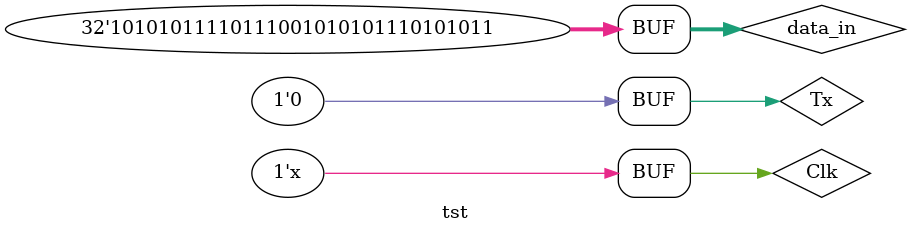
<source format=v>
`timescale 1ns / 1ps


module tst;

	// Inputs
	reg Clk;
	reg [31:0] data_in;
	reg Tx;

	// Outputs
	wire [31:0] Out;
	wire valid;

	// Bidirs
	wire Rx;

	// Instantiate the Unit Under Test (UUT)
	arinc429 uut (
		.Clk(Clk), 
		.Out(Out), 
		.valid(valid), 
		.data_in(data_in), 
		.Tx(Tx), 
		.Rx(Rx)
	);

	initial begin
		// Initialize Inputs
		Clk = 0;
		data_in = 0;
		Tx = 0;

		// Wait 100 ns for global reset to finish
		#100;
        
		// Add stimulus here

	end
    
		always
	#20.834 Clk = !Clk;
	
	initial
	begin
	data_in <= 32'hABDCABAB;
	
	end
	 
endmodule


</source>
